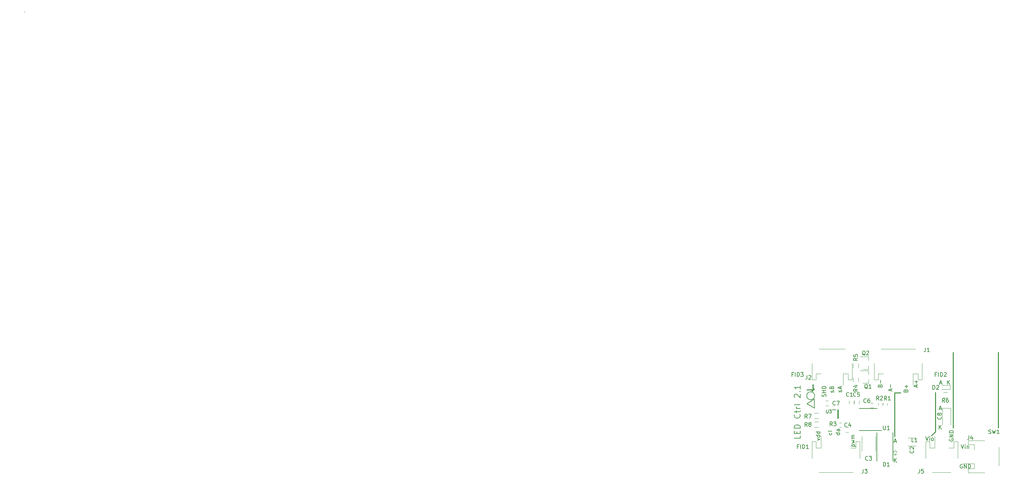
<source format=gbr>
G04 #@! TF.FileFunction,Legend,Top*
%FSLAX46Y46*%
G04 Gerber Fmt 4.6, Leading zero omitted, Abs format (unit mm)*
G04 Created by KiCad (PCBNEW 4.0.7) date 04/07/18 18:35:28*
%MOMM*%
%LPD*%
G01*
G04 APERTURE LIST*
%ADD10C,0.100000*%
%ADD11C,0.150000*%
%ADD12C,0.200000*%
%ADD13C,0.350000*%
%ADD14C,0.120000*%
%ADD15C,0.250000*%
G04 APERTURE END LIST*
D10*
D11*
X43488096Y3000000D02*
X43392858Y3047619D01*
X43250001Y3047619D01*
X43107143Y3000000D01*
X43011905Y2904762D01*
X42964286Y2809524D01*
X42916667Y2619048D01*
X42916667Y2476190D01*
X42964286Y2285714D01*
X43011905Y2190476D01*
X43107143Y2095238D01*
X43250001Y2047619D01*
X43345239Y2047619D01*
X43488096Y2095238D01*
X43535715Y2142857D01*
X43535715Y2476190D01*
X43345239Y2476190D01*
X43964286Y2047619D02*
X43964286Y3047619D01*
X44535715Y2047619D01*
X44535715Y3047619D01*
X45011905Y2047619D02*
X45011905Y3047619D01*
X45250000Y3047619D01*
X45392858Y3000000D01*
X45488096Y2904762D01*
X45535715Y2809524D01*
X45583334Y2619048D01*
X45583334Y2476190D01*
X45535715Y2285714D01*
X45488096Y2190476D01*
X45392858Y2095238D01*
X45250000Y2047619D01*
X45011905Y2047619D01*
X10904762Y21285714D02*
X10952381Y21380952D01*
X10952381Y21571428D01*
X10904762Y21666667D01*
X10809524Y21714286D01*
X10761905Y21714286D01*
X10666667Y21666667D01*
X10619048Y21571428D01*
X10619048Y21428571D01*
X10571429Y21333333D01*
X10476190Y21285714D01*
X10428571Y21285714D01*
X10333333Y21333333D01*
X10285714Y21428571D01*
X10285714Y21571428D01*
X10333333Y21666667D01*
X10428571Y22476191D02*
X10476190Y22619048D01*
X10523810Y22666667D01*
X10619048Y22714286D01*
X10761905Y22714286D01*
X10857143Y22666667D01*
X10904762Y22619048D01*
X10952381Y22523810D01*
X10952381Y22142857D01*
X9952381Y22142857D01*
X9952381Y22476191D01*
X10000000Y22571429D01*
X10047619Y22619048D01*
X10142857Y22666667D01*
X10238095Y22666667D01*
X10333333Y22619048D01*
X10380952Y22571429D01*
X10428571Y22476191D01*
X10428571Y22142857D01*
X12904762Y21357143D02*
X12952381Y21452381D01*
X12952381Y21642857D01*
X12904762Y21738096D01*
X12809524Y21785715D01*
X12761905Y21785715D01*
X12666667Y21738096D01*
X12619048Y21642857D01*
X12619048Y21500000D01*
X12571429Y21404762D01*
X12476190Y21357143D01*
X12428571Y21357143D01*
X12333333Y21404762D01*
X12285714Y21500000D01*
X12285714Y21642857D01*
X12333333Y21738096D01*
X12666667Y22166667D02*
X12666667Y22642858D01*
X12952381Y22071429D02*
X11952381Y22404762D01*
X12952381Y22738096D01*
X22678571Y22952382D02*
X22726190Y23095239D01*
X22773810Y23142858D01*
X22869048Y23190477D01*
X23011905Y23190477D01*
X23107143Y23142858D01*
X23154762Y23095239D01*
X23202381Y23000001D01*
X23202381Y22619048D01*
X22202381Y22619048D01*
X22202381Y22952382D01*
X22250000Y23047620D01*
X22297619Y23095239D01*
X22392857Y23142858D01*
X22488095Y23142858D01*
X22583333Y23095239D01*
X22630952Y23047620D01*
X22678571Y22952382D01*
X22678571Y22619048D01*
X22821429Y23619048D02*
X22821429Y24380953D01*
X31916667Y22642857D02*
X31916667Y23119048D01*
X32202381Y22547619D02*
X31202381Y22880952D01*
X32202381Y23214286D01*
X31821429Y23547619D02*
X31821429Y24309524D01*
X32202381Y23928572D02*
X31440476Y23928572D01*
X29178571Y21702382D02*
X29226190Y21845239D01*
X29273810Y21892858D01*
X29369048Y21940477D01*
X29511905Y21940477D01*
X29607143Y21892858D01*
X29654762Y21845239D01*
X29702381Y21750001D01*
X29702381Y21369048D01*
X28702381Y21369048D01*
X28702381Y21702382D01*
X28750000Y21797620D01*
X28797619Y21845239D01*
X28892857Y21892858D01*
X28988095Y21892858D01*
X29083333Y21845239D01*
X29130952Y21797620D01*
X29178571Y21702382D01*
X29178571Y21369048D01*
X29321429Y22369048D02*
X29321429Y23130953D01*
X29702381Y22750001D02*
X28940476Y22750001D01*
X25416667Y21642857D02*
X25416667Y22119048D01*
X25702381Y21547619D02*
X24702381Y21880952D01*
X25702381Y22214286D01*
X25321429Y22547619D02*
X25321429Y23309524D01*
X8904762Y20190476D02*
X8952381Y20333333D01*
X8952381Y20571429D01*
X8904762Y20666667D01*
X8857143Y20714286D01*
X8761905Y20761905D01*
X8666667Y20761905D01*
X8571429Y20714286D01*
X8523810Y20666667D01*
X8476190Y20571429D01*
X8428571Y20380952D01*
X8380952Y20285714D01*
X8333333Y20238095D01*
X8238095Y20190476D01*
X8142857Y20190476D01*
X8047619Y20238095D01*
X8000000Y20285714D01*
X7952381Y20380952D01*
X7952381Y20619048D01*
X8000000Y20761905D01*
X8952381Y21190476D02*
X7952381Y21190476D01*
X8428571Y21190476D02*
X8428571Y21761905D01*
X8952381Y21761905D02*
X7952381Y21761905D01*
X8952381Y22238095D02*
X7952381Y22238095D01*
X7952381Y22476190D01*
X8000000Y22619048D01*
X8095238Y22714286D01*
X8190476Y22761905D01*
X8380952Y22809524D01*
X8523810Y22809524D01*
X8714286Y22761905D01*
X8809524Y22714286D01*
X8904762Y22619048D01*
X8952381Y22476190D01*
X8952381Y22238095D01*
X34226191Y10047619D02*
X34559524Y9047619D01*
X34892858Y10047619D01*
X35226191Y9047619D02*
X35226191Y9714286D01*
X35226191Y10047619D02*
X35178572Y10000000D01*
X35226191Y9952381D01*
X35273810Y10000000D01*
X35226191Y10047619D01*
X35226191Y9952381D01*
X35845238Y9047619D02*
X35750000Y9095238D01*
X35702381Y9142857D01*
X35654762Y9238095D01*
X35654762Y9523810D01*
X35702381Y9619048D01*
X35750000Y9666667D01*
X35845238Y9714286D01*
X35988096Y9714286D01*
X36083334Y9666667D01*
X36130953Y9619048D01*
X36178572Y9523810D01*
X36178572Y9238095D01*
X36130953Y9142857D01*
X36083334Y9095238D01*
X35988096Y9047619D01*
X35845238Y9047619D01*
X40250000Y9488096D02*
X40202381Y9392858D01*
X40202381Y9250001D01*
X40250000Y9107143D01*
X40345238Y9011905D01*
X40440476Y8964286D01*
X40630952Y8916667D01*
X40773810Y8916667D01*
X40964286Y8964286D01*
X41059524Y9011905D01*
X41154762Y9107143D01*
X41202381Y9250001D01*
X41202381Y9345239D01*
X41154762Y9488096D01*
X41107143Y9535715D01*
X40773810Y9535715D01*
X40773810Y9345239D01*
X41202381Y9964286D02*
X40202381Y9964286D01*
X41202381Y10535715D01*
X40202381Y10535715D01*
X41202381Y11011905D02*
X40202381Y11011905D01*
X40202381Y11250000D01*
X40250000Y11392858D01*
X40345238Y11488096D01*
X40440476Y11535715D01*
X40630952Y11583334D01*
X40773810Y11583334D01*
X40964286Y11535715D01*
X41059524Y11488096D01*
X41154762Y11392858D01*
X41202381Y11250000D01*
X41202381Y11011905D01*
X37638095Y11947619D02*
X37638095Y12947619D01*
X38209524Y11947619D02*
X37780952Y12519048D01*
X38209524Y12947619D02*
X37638095Y12376190D01*
X37661905Y17133333D02*
X38138096Y17133333D01*
X37566667Y16847619D02*
X37900000Y17847619D01*
X38233334Y16847619D01*
X39738095Y23297619D02*
X39738095Y24297619D01*
X40309524Y23297619D02*
X39880952Y23869048D01*
X40309524Y24297619D02*
X39738095Y23726190D01*
X37761905Y23583333D02*
X38238096Y23583333D01*
X37666667Y23297619D02*
X38000000Y24297619D01*
X38333334Y23297619D01*
X6785714Y9107143D02*
X7452381Y9345238D01*
X6785714Y9583334D01*
X7452381Y10392858D02*
X6452381Y10392858D01*
X7404762Y10392858D02*
X7452381Y10297620D01*
X7452381Y10107143D01*
X7404762Y10011905D01*
X7357143Y9964286D01*
X7261905Y9916667D01*
X6976190Y9916667D01*
X6880952Y9964286D01*
X6833333Y10011905D01*
X6785714Y10107143D01*
X6785714Y10297620D01*
X6833333Y10392858D01*
X7452381Y11297620D02*
X6452381Y11297620D01*
X7404762Y11297620D02*
X7452381Y11202382D01*
X7452381Y11011905D01*
X7404762Y10916667D01*
X7357143Y10869048D01*
X7261905Y10821429D01*
X6976190Y10821429D01*
X6880952Y10869048D01*
X6833333Y10916667D01*
X6785714Y11011905D01*
X6785714Y11202382D01*
X6833333Y11297620D01*
X15535714Y7595238D02*
X16535714Y7595238D01*
X15583333Y7595238D02*
X15535714Y7690476D01*
X15535714Y7880953D01*
X15583333Y7976191D01*
X15630952Y8023810D01*
X15726190Y8071429D01*
X16011905Y8071429D01*
X16107143Y8023810D01*
X16154762Y7976191D01*
X16202381Y7880953D01*
X16202381Y7690476D01*
X16154762Y7595238D01*
X15535714Y8404762D02*
X16202381Y8595238D01*
X15726190Y8785715D01*
X16202381Y8976191D01*
X15535714Y9166667D01*
X16202381Y9547619D02*
X15535714Y9547619D01*
X15630952Y9547619D02*
X15583333Y9595238D01*
X15535714Y9690476D01*
X15535714Y9833334D01*
X15583333Y9928572D01*
X15678571Y9976191D01*
X16202381Y9976191D01*
X15678571Y9976191D02*
X15583333Y10023810D01*
X15535714Y10119048D01*
X15535714Y10261905D01*
X15583333Y10357143D01*
X15678571Y10404762D01*
X16202381Y10404762D01*
X10404762Y10976191D02*
X10452381Y10880953D01*
X10452381Y10690476D01*
X10404762Y10595238D01*
X10357143Y10547619D01*
X10261905Y10500000D01*
X9976190Y10500000D01*
X9880952Y10547619D01*
X9833333Y10595238D01*
X9785714Y10690476D01*
X9785714Y10880953D01*
X9833333Y10976191D01*
X10452381Y11547619D02*
X10404762Y11452381D01*
X10309524Y11404762D01*
X9452381Y11404762D01*
X12452381Y11011905D02*
X11452381Y11011905D01*
X12404762Y11011905D02*
X12452381Y10916667D01*
X12452381Y10726190D01*
X12404762Y10630952D01*
X12357143Y10583333D01*
X12261905Y10535714D01*
X11976190Y10535714D01*
X11880952Y10583333D01*
X11833333Y10630952D01*
X11785714Y10726190D01*
X11785714Y10916667D01*
X11833333Y11011905D01*
X12452381Y11916667D02*
X11928571Y11916667D01*
X11833333Y11869048D01*
X11785714Y11773810D01*
X11785714Y11583333D01*
X11833333Y11488095D01*
X12404762Y11916667D02*
X12452381Y11821429D01*
X12452381Y11583333D01*
X12404762Y11488095D01*
X12309524Y11440476D01*
X12214286Y11440476D01*
X12119048Y11488095D01*
X12071429Y11583333D01*
X12071429Y11821429D01*
X12023810Y11916667D01*
X43226191Y8047619D02*
X43559524Y7047619D01*
X43892858Y8047619D01*
X44226191Y7047619D02*
X44226191Y7714286D01*
X44226191Y8047619D02*
X44178572Y8000000D01*
X44226191Y7952381D01*
X44273810Y8000000D01*
X44226191Y8047619D01*
X44226191Y7952381D01*
X44702381Y7714286D02*
X44702381Y7047619D01*
X44702381Y7619048D02*
X44750000Y7666667D01*
X44845238Y7714286D01*
X44988096Y7714286D01*
X45083334Y7666667D01*
X45130953Y7571429D01*
X45130953Y7047619D01*
X26238095Y3547619D02*
X26238095Y4547619D01*
X26809524Y3547619D02*
X26380952Y4119048D01*
X26809524Y4547619D02*
X26238095Y3976190D01*
X26261905Y8833333D02*
X26738096Y8833333D01*
X26166667Y8547619D02*
X26500000Y9547619D01*
X26833334Y8547619D01*
D12*
X2428571Y10321429D02*
X2428571Y9607143D01*
X928571Y9607143D01*
X1642857Y10821429D02*
X1642857Y11321429D01*
X2428571Y11535715D02*
X2428571Y10821429D01*
X928571Y10821429D01*
X928571Y11535715D01*
X2428571Y12178572D02*
X928571Y12178572D01*
X928571Y12535715D01*
X1000000Y12750000D01*
X1142857Y12892858D01*
X1285714Y12964286D01*
X1571429Y13035715D01*
X1785714Y13035715D01*
X2071429Y12964286D01*
X2214286Y12892858D01*
X2357143Y12750000D01*
X2428571Y12535715D01*
X2428571Y12178572D01*
X2285714Y15678572D02*
X2357143Y15607143D01*
X2428571Y15392857D01*
X2428571Y15250000D01*
X2357143Y15035715D01*
X2214286Y14892857D01*
X2071429Y14821429D01*
X1785714Y14750000D01*
X1571429Y14750000D01*
X1285714Y14821429D01*
X1142857Y14892857D01*
X1000000Y15035715D01*
X928571Y15250000D01*
X928571Y15392857D01*
X1000000Y15607143D01*
X1071429Y15678572D01*
X1428571Y16107143D02*
X1428571Y16678572D01*
X928571Y16321429D02*
X2214286Y16321429D01*
X2357143Y16392857D01*
X2428571Y16535715D01*
X2428571Y16678572D01*
X2428571Y17178572D02*
X1428571Y17178572D01*
X1714286Y17178572D02*
X1571429Y17250000D01*
X1500000Y17321429D01*
X1428571Y17464286D01*
X1428571Y17607143D01*
X2428571Y18321429D02*
X2357143Y18178571D01*
X2214286Y18107143D01*
X928571Y18107143D01*
X1071429Y19964285D02*
X1000000Y20035714D01*
X928571Y20178571D01*
X928571Y20535714D01*
X1000000Y20678571D01*
X1071429Y20750000D01*
X1214286Y20821428D01*
X1357143Y20821428D01*
X1571429Y20750000D01*
X2428571Y19892857D01*
X2428571Y20821428D01*
X2285714Y21464285D02*
X2357143Y21535713D01*
X2428571Y21464285D01*
X2357143Y21392856D01*
X2285714Y21464285D01*
X2428571Y21464285D01*
X2428571Y22964285D02*
X2428571Y22107142D01*
X2428571Y22535714D02*
X928571Y22535714D01*
X1142857Y22392857D01*
X1285714Y22249999D01*
X1357143Y22107142D01*
D11*
X10600000Y16850000D02*
X11500000Y16850000D01*
D13*
X12000000Y16750000D02*
X12000000Y14750000D01*
D14*
X40550000Y17250000D02*
X40550000Y13000000D01*
X38450000Y17250000D02*
X38450000Y13000000D01*
X40550000Y17250000D02*
X38450000Y17250000D01*
X13275000Y26025000D02*
X14550000Y26025000D01*
X14550000Y26025000D02*
X14550000Y24425000D01*
X14550000Y24425000D02*
X15550000Y24425000D01*
X15550000Y24425000D02*
X15550000Y28650000D01*
X5450000Y28650000D02*
X5450000Y24425000D01*
X5450000Y24425000D02*
X6450000Y24425000D01*
X6450000Y24425000D02*
X6450000Y26025000D01*
X6450000Y26025000D02*
X7725000Y26025000D01*
X13825000Y32225000D02*
X7175000Y32225000D01*
X13275000Y26025000D02*
X13275000Y23125000D01*
X14650000Y11150000D02*
X13950000Y11150000D01*
X13950000Y12350000D02*
X14650000Y12350000D01*
X31750000Y9770000D02*
X29750000Y9770000D01*
X29750000Y7730000D02*
X31750000Y7730000D01*
X18020000Y10050000D02*
X18020000Y6450000D01*
X21480000Y6450000D02*
X21480000Y10050000D01*
X16150000Y18400000D02*
X16150000Y19100000D01*
X17350000Y19100000D02*
X17350000Y18400000D01*
X20900000Y17350000D02*
X20200000Y17350000D01*
X20200000Y18550000D02*
X20900000Y18550000D01*
X23420000Y18550000D02*
X23420000Y18050000D01*
X24480000Y18050000D02*
X24480000Y18550000D01*
X23230000Y18050000D02*
X23230000Y18550000D01*
X22170000Y18550000D02*
X22170000Y18050000D01*
X12850000Y13530000D02*
X12350000Y13530000D01*
X12350000Y12470000D02*
X12850000Y12470000D01*
D15*
X41160000Y31380000D02*
X41160000Y12280000D01*
X52550000Y31380000D02*
X52550000Y12280000D01*
D11*
X21900000Y17175000D02*
X17400000Y17175000D01*
X23025000Y11625000D02*
X17400000Y11625000D01*
X25950000Y3900000D02*
X25950000Y11080000D01*
X21850000Y3900000D02*
X21850000Y11100000D01*
D10*
X26440000Y5230000D02*
X26440000Y5530000D01*
X26440000Y5530000D02*
X25940000Y5530000D01*
X26440000Y5530000D02*
X26940000Y5530000D01*
X26440000Y5530000D02*
X26940000Y6330000D01*
X26940000Y6330000D02*
X25940000Y6330000D01*
X25940000Y6330000D02*
X26440000Y5530000D01*
X26440000Y6330000D02*
X26440000Y6730000D01*
D14*
X40400000Y22000000D02*
X40400000Y23000000D01*
X40400000Y23000000D02*
X38300000Y23000000D01*
X40400000Y22000000D02*
X38300000Y22000000D01*
X14800000Y18400000D02*
X14800000Y19100000D01*
X16000000Y19100000D02*
X16000000Y18400000D01*
D11*
X6100000Y20400000D02*
G75*
G03X6100000Y20400000I-1000000J0D01*
G01*
X6053972Y17274058D02*
X5093498Y17833516D01*
X5093498Y17833516D02*
X4133023Y18392974D01*
X4133023Y18392974D02*
X5092563Y18954069D01*
X5092563Y18954069D02*
X6052102Y19515164D01*
X6052102Y19515164D02*
X6053037Y18394611D01*
X6053037Y18394611D02*
X6053972Y17274058D01*
X-193900000Y117700000D02*
X-193900000Y117700000D01*
X4139915Y21805121D02*
X5609028Y21805121D01*
X5609028Y21805121D02*
X5425012Y21621518D01*
X5425012Y21621518D02*
X5514819Y21531435D01*
X5514819Y21531435D02*
X6058612Y22074004D01*
X6058612Y22074004D02*
X5968805Y22164098D01*
X5968805Y22164098D02*
X5793030Y21988710D01*
X5793030Y21988710D02*
X5793030Y22431318D01*
X5793030Y22431318D02*
X5865392Y22431318D01*
X5865392Y22431318D02*
X5865392Y23199697D01*
X5865392Y23199697D02*
X5577249Y23199697D01*
X5577249Y23199697D02*
X5577249Y22431318D01*
X5577249Y22431318D02*
X5664968Y22431318D01*
X5664968Y22431318D02*
X5664968Y21933184D01*
X5664968Y21933184D02*
X4139915Y21933184D01*
X4139915Y21933184D02*
X4139915Y21805121D01*
X-193900000Y117600000D02*
X-193900000Y117600000D01*
X-193900000Y117600000D02*
X-193900000Y117600000D01*
D14*
X19760000Y23620000D02*
X19760000Y24550000D01*
X19760000Y26780000D02*
X19760000Y25850000D01*
X19760000Y26780000D02*
X17600000Y26780000D01*
X19760000Y23620000D02*
X18300000Y23620000D01*
X19760000Y27120000D02*
X19760000Y28050000D01*
X19760000Y30280000D02*
X19760000Y29350000D01*
X19760000Y30280000D02*
X17600000Y30280000D01*
X19760000Y27120000D02*
X18300000Y27120000D01*
D15*
X36650000Y11300000D02*
X35650000Y10300000D01*
X26350000Y21150000D02*
X27850000Y21150000D01*
X36650000Y11250000D02*
X36650000Y21250000D01*
X26350000Y10100000D02*
X26350000Y21100000D01*
D14*
X31025000Y26025000D02*
X32300000Y26025000D01*
X32300000Y26025000D02*
X32300000Y24425000D01*
X32300000Y24425000D02*
X33300000Y24425000D01*
X33300000Y24425000D02*
X33300000Y28650000D01*
X21200000Y28650000D02*
X21200000Y24425000D01*
X21200000Y24425000D02*
X22200000Y24425000D01*
X22200000Y24425000D02*
X22200000Y26025000D01*
X22200000Y26025000D02*
X23475000Y26025000D01*
X31575000Y32225000D02*
X22925000Y32225000D01*
X31025000Y26025000D02*
X31025000Y23125000D01*
X7725000Y7225000D02*
X6450000Y7225000D01*
X6450000Y7225000D02*
X6450000Y8825000D01*
X6450000Y8825000D02*
X5450000Y8825000D01*
X5450000Y8825000D02*
X5450000Y4600000D01*
X17550000Y4600000D02*
X17550000Y8825000D01*
X17550000Y8825000D02*
X16550000Y8825000D01*
X16550000Y8825000D02*
X16550000Y7225000D01*
X16550000Y7225000D02*
X15275000Y7225000D01*
X7175000Y1025000D02*
X15825000Y1025000D01*
X7725000Y7225000D02*
X7725000Y10125000D01*
X46525000Y3225000D02*
X46525000Y1950000D01*
X46525000Y1950000D02*
X44925000Y1950000D01*
X44925000Y1950000D02*
X44925000Y950000D01*
X44925000Y950000D02*
X49150000Y950000D01*
X49150000Y9050000D02*
X44925000Y9050000D01*
X44925000Y9050000D02*
X44925000Y8050000D01*
X44925000Y8050000D02*
X46525000Y8050000D01*
X46525000Y8050000D02*
X46525000Y6775000D01*
X52725000Y2675000D02*
X52725000Y7325000D01*
X46525000Y3225000D02*
X43625000Y3225000D01*
X36475000Y7225000D02*
X35200000Y7225000D01*
X35200000Y7225000D02*
X35200000Y8825000D01*
X35200000Y8825000D02*
X34200000Y8825000D01*
X34200000Y8825000D02*
X34200000Y4600000D01*
X42300000Y4600000D02*
X42300000Y8825000D01*
X42300000Y8825000D02*
X41300000Y8825000D01*
X41300000Y8825000D02*
X41300000Y7225000D01*
X41300000Y7225000D02*
X40025000Y7225000D01*
X35925000Y1025000D02*
X40575000Y1025000D01*
X36475000Y7225000D02*
X36475000Y10125000D01*
X8900000Y19100000D02*
X9600000Y19100000D01*
X9600000Y17900000D02*
X8900000Y17900000D01*
X15820000Y24000000D02*
X15820000Y25000000D01*
X17180000Y25000000D02*
X17180000Y24000000D01*
X15820000Y27500000D02*
X15820000Y28500000D01*
X17180000Y28500000D02*
X17180000Y27500000D01*
X39700000Y19920000D02*
X38700000Y19920000D01*
X38700000Y21280000D02*
X39700000Y21280000D01*
X6000000Y15980000D02*
X7000000Y15980000D01*
X7000000Y14620000D02*
X6000000Y14620000D01*
X6000000Y13830000D02*
X7000000Y13830000D01*
X7000000Y12470000D02*
X6000000Y12470000D01*
D11*
X9090476Y16838095D02*
X9090476Y16190476D01*
X9128571Y16114286D01*
X9166667Y16076190D01*
X9242857Y16038095D01*
X9395238Y16038095D01*
X9471429Y16076190D01*
X9509524Y16114286D01*
X9547619Y16190476D01*
X9547619Y16838095D01*
X9852381Y16838095D02*
X10347619Y16838095D01*
X10080952Y16533333D01*
X10195238Y16533333D01*
X10271428Y16495238D01*
X10309524Y16457143D01*
X10347619Y16380952D01*
X10347619Y16190476D01*
X10309524Y16114286D01*
X10271428Y16076190D01*
X10195238Y16038095D01*
X9966666Y16038095D01*
X9890476Y16076190D01*
X9852381Y16114286D01*
X38107143Y15083334D02*
X38154762Y15035715D01*
X38202381Y14892858D01*
X38202381Y14797620D01*
X38154762Y14654762D01*
X38059524Y14559524D01*
X37964286Y14511905D01*
X37773810Y14464286D01*
X37630952Y14464286D01*
X37440476Y14511905D01*
X37345238Y14559524D01*
X37250000Y14654762D01*
X37202381Y14797620D01*
X37202381Y14892858D01*
X37250000Y15035715D01*
X37297619Y15083334D01*
X37630952Y15654762D02*
X37583333Y15559524D01*
X37535714Y15511905D01*
X37440476Y15464286D01*
X37392857Y15464286D01*
X37297619Y15511905D01*
X37250000Y15559524D01*
X37202381Y15654762D01*
X37202381Y15845239D01*
X37250000Y15940477D01*
X37297619Y15988096D01*
X37392857Y16035715D01*
X37440476Y16035715D01*
X37535714Y15988096D01*
X37583333Y15940477D01*
X37630952Y15845239D01*
X37630952Y15654762D01*
X37678571Y15559524D01*
X37726190Y15511905D01*
X37821429Y15464286D01*
X38011905Y15464286D01*
X38107143Y15511905D01*
X38154762Y15559524D01*
X38202381Y15654762D01*
X38202381Y15845239D01*
X38154762Y15940477D01*
X38107143Y15988096D01*
X38011905Y16035715D01*
X37821429Y16035715D01*
X37726190Y15988096D01*
X37678571Y15940477D01*
X37630952Y15845239D01*
X4166667Y25547619D02*
X4166667Y24833333D01*
X4119047Y24690476D01*
X4023809Y24595238D01*
X3880952Y24547619D01*
X3785714Y24547619D01*
X4595238Y25452381D02*
X4642857Y25500000D01*
X4738095Y25547619D01*
X4976191Y25547619D01*
X5071429Y25500000D01*
X5119048Y25452381D01*
X5166667Y25357143D01*
X5166667Y25261905D01*
X5119048Y25119048D01*
X4547619Y24547619D01*
X5166667Y24547619D01*
X14333334Y12642857D02*
X14285715Y12595238D01*
X14142858Y12547619D01*
X14047620Y12547619D01*
X13904762Y12595238D01*
X13809524Y12690476D01*
X13761905Y12785714D01*
X13714286Y12976190D01*
X13714286Y13119048D01*
X13761905Y13309524D01*
X13809524Y13404762D01*
X13904762Y13500000D01*
X14047620Y13547619D01*
X14142858Y13547619D01*
X14285715Y13500000D01*
X14333334Y13452381D01*
X15190477Y13214286D02*
X15190477Y12547619D01*
X14952381Y13595238D02*
X14714286Y12880952D01*
X15333334Y12880952D01*
X31107143Y6508334D02*
X31154762Y6460715D01*
X31202381Y6317858D01*
X31202381Y6222620D01*
X31154762Y6079762D01*
X31059524Y5984524D01*
X30964286Y5936905D01*
X30773810Y5889286D01*
X30630952Y5889286D01*
X30440476Y5936905D01*
X30345238Y5984524D01*
X30250000Y6079762D01*
X30202381Y6222620D01*
X30202381Y6317858D01*
X30250000Y6460715D01*
X30297619Y6508334D01*
X30297619Y6889286D02*
X30250000Y6936905D01*
X30202381Y7032143D01*
X30202381Y7270239D01*
X30250000Y7365477D01*
X30297619Y7413096D01*
X30392857Y7460715D01*
X30488095Y7460715D01*
X30630952Y7413096D01*
X31202381Y6841667D01*
X31202381Y7460715D01*
X19583334Y4142857D02*
X19535715Y4095238D01*
X19392858Y4047619D01*
X19297620Y4047619D01*
X19154762Y4095238D01*
X19059524Y4190476D01*
X19011905Y4285714D01*
X18964286Y4476190D01*
X18964286Y4619048D01*
X19011905Y4809524D01*
X19059524Y4904762D01*
X19154762Y5000000D01*
X19297620Y5047619D01*
X19392858Y5047619D01*
X19535715Y5000000D01*
X19583334Y4952381D01*
X19916667Y5047619D02*
X20535715Y5047619D01*
X20202381Y4666667D01*
X20345239Y4666667D01*
X20440477Y4619048D01*
X20488096Y4571429D01*
X20535715Y4476190D01*
X20535715Y4238095D01*
X20488096Y4142857D01*
X20440477Y4095238D01*
X20345239Y4047619D01*
X20059524Y4047619D01*
X19964286Y4095238D01*
X19916667Y4142857D01*
X16533334Y20342857D02*
X16485715Y20295238D01*
X16342858Y20247619D01*
X16247620Y20247619D01*
X16104762Y20295238D01*
X16009524Y20390476D01*
X15961905Y20485714D01*
X15914286Y20676190D01*
X15914286Y20819048D01*
X15961905Y21009524D01*
X16009524Y21104762D01*
X16104762Y21200000D01*
X16247620Y21247619D01*
X16342858Y21247619D01*
X16485715Y21200000D01*
X16533334Y21152381D01*
X17438096Y21247619D02*
X16961905Y21247619D01*
X16914286Y20771429D01*
X16961905Y20819048D01*
X17057143Y20866667D01*
X17295239Y20866667D01*
X17390477Y20819048D01*
X17438096Y20771429D01*
X17485715Y20676190D01*
X17485715Y20438095D01*
X17438096Y20342857D01*
X17390477Y20295238D01*
X17295239Y20247619D01*
X17057143Y20247619D01*
X16961905Y20295238D01*
X16914286Y20342857D01*
X19133334Y18742857D02*
X19085715Y18695238D01*
X18942858Y18647619D01*
X18847620Y18647619D01*
X18704762Y18695238D01*
X18609524Y18790476D01*
X18561905Y18885714D01*
X18514286Y19076190D01*
X18514286Y19219048D01*
X18561905Y19409524D01*
X18609524Y19504762D01*
X18704762Y19600000D01*
X18847620Y19647619D01*
X18942858Y19647619D01*
X19085715Y19600000D01*
X19133334Y19552381D01*
X19990477Y19647619D02*
X19800000Y19647619D01*
X19704762Y19600000D01*
X19657143Y19552381D01*
X19561905Y19409524D01*
X19514286Y19219048D01*
X19514286Y18838095D01*
X19561905Y18742857D01*
X19609524Y18695238D01*
X19704762Y18647619D01*
X19895239Y18647619D01*
X19990477Y18695238D01*
X20038096Y18742857D01*
X20085715Y18838095D01*
X20085715Y19076190D01*
X20038096Y19171429D01*
X19990477Y19219048D01*
X19895239Y19266667D01*
X19704762Y19266667D01*
X19609524Y19219048D01*
X19561905Y19171429D01*
X19514286Y19076190D01*
X24333334Y19297619D02*
X24000000Y19773810D01*
X23761905Y19297619D02*
X23761905Y20297619D01*
X24142858Y20297619D01*
X24238096Y20250000D01*
X24285715Y20202381D01*
X24333334Y20107143D01*
X24333334Y19964286D01*
X24285715Y19869048D01*
X24238096Y19821429D01*
X24142858Y19773810D01*
X23761905Y19773810D01*
X25285715Y19297619D02*
X24714286Y19297619D01*
X25000000Y19297619D02*
X25000000Y20297619D01*
X24904762Y20154762D01*
X24809524Y20059524D01*
X24714286Y20011905D01*
X22333334Y19297619D02*
X22000000Y19773810D01*
X21761905Y19297619D02*
X21761905Y20297619D01*
X22142858Y20297619D01*
X22238096Y20250000D01*
X22285715Y20202381D01*
X22333334Y20107143D01*
X22333334Y19964286D01*
X22285715Y19869048D01*
X22238096Y19821429D01*
X22142858Y19773810D01*
X21761905Y19773810D01*
X22714286Y20202381D02*
X22761905Y20250000D01*
X22857143Y20297619D01*
X23095239Y20297619D01*
X23190477Y20250000D01*
X23238096Y20202381D01*
X23285715Y20107143D01*
X23285715Y20011905D01*
X23238096Y19869048D01*
X22666667Y19297619D01*
X23285715Y19297619D01*
X10583334Y12797619D02*
X10250000Y13273810D01*
X10011905Y12797619D02*
X10011905Y13797619D01*
X10392858Y13797619D01*
X10488096Y13750000D01*
X10535715Y13702381D01*
X10583334Y13607143D01*
X10583334Y13464286D01*
X10535715Y13369048D01*
X10488096Y13321429D01*
X10392858Y13273810D01*
X10011905Y13273810D01*
X10916667Y13797619D02*
X11535715Y13797619D01*
X11202381Y13416667D01*
X11345239Y13416667D01*
X11440477Y13369048D01*
X11488096Y13321429D01*
X11535715Y13226190D01*
X11535715Y12988095D01*
X11488096Y12892857D01*
X11440477Y12845238D01*
X11345239Y12797619D01*
X11059524Y12797619D01*
X10964286Y12845238D01*
X10916667Y12892857D01*
X2028572Y7571429D02*
X1695238Y7571429D01*
X1695238Y7047619D02*
X1695238Y8047619D01*
X2171429Y8047619D01*
X2552381Y7047619D02*
X2552381Y8047619D01*
X3028571Y7047619D02*
X3028571Y8047619D01*
X3266666Y8047619D01*
X3409524Y8000000D01*
X3504762Y7904762D01*
X3552381Y7809524D01*
X3600000Y7619048D01*
X3600000Y7476190D01*
X3552381Y7285714D01*
X3504762Y7190476D01*
X3409524Y7095238D01*
X3266666Y7047619D01*
X3028571Y7047619D01*
X4552381Y7047619D02*
X3980952Y7047619D01*
X4266666Y7047619D02*
X4266666Y8047619D01*
X4171428Y7904762D01*
X4076190Y7809524D01*
X3980952Y7761905D01*
X36928572Y25821429D02*
X36595238Y25821429D01*
X36595238Y25297619D02*
X36595238Y26297619D01*
X37071429Y26297619D01*
X37452381Y25297619D02*
X37452381Y26297619D01*
X37928571Y25297619D02*
X37928571Y26297619D01*
X38166666Y26297619D01*
X38309524Y26250000D01*
X38404762Y26154762D01*
X38452381Y26059524D01*
X38500000Y25869048D01*
X38500000Y25726190D01*
X38452381Y25535714D01*
X38404762Y25440476D01*
X38309524Y25345238D01*
X38166666Y25297619D01*
X37928571Y25297619D01*
X38880952Y26202381D02*
X38928571Y26250000D01*
X39023809Y26297619D01*
X39261905Y26297619D01*
X39357143Y26250000D01*
X39404762Y26202381D01*
X39452381Y26107143D01*
X39452381Y26011905D01*
X39404762Y25869048D01*
X38833333Y25297619D01*
X39452381Y25297619D01*
X678572Y25821429D02*
X345238Y25821429D01*
X345238Y25297619D02*
X345238Y26297619D01*
X821429Y26297619D01*
X1202381Y25297619D02*
X1202381Y26297619D01*
X1678571Y25297619D02*
X1678571Y26297619D01*
X1916666Y26297619D01*
X2059524Y26250000D01*
X2154762Y26154762D01*
X2202381Y26059524D01*
X2250000Y25869048D01*
X2250000Y25726190D01*
X2202381Y25535714D01*
X2154762Y25440476D01*
X2059524Y25345238D01*
X1916666Y25297619D01*
X1678571Y25297619D01*
X2583333Y26297619D02*
X3202381Y26297619D01*
X2869047Y25916667D01*
X3011905Y25916667D01*
X3107143Y25869048D01*
X3154762Y25821429D01*
X3202381Y25726190D01*
X3202381Y25488095D01*
X3154762Y25392857D01*
X3107143Y25345238D01*
X3011905Y25297619D01*
X2726190Y25297619D01*
X2630952Y25345238D01*
X2583333Y25392857D01*
X50166667Y10845238D02*
X50309524Y10797619D01*
X50547620Y10797619D01*
X50642858Y10845238D01*
X50690477Y10892857D01*
X50738096Y10988095D01*
X50738096Y11083333D01*
X50690477Y11178571D01*
X50642858Y11226190D01*
X50547620Y11273810D01*
X50357143Y11321429D01*
X50261905Y11369048D01*
X50214286Y11416667D01*
X50166667Y11511905D01*
X50166667Y11607143D01*
X50214286Y11702381D01*
X50261905Y11750000D01*
X50357143Y11797619D01*
X50595239Y11797619D01*
X50738096Y11750000D01*
X51071429Y11797619D02*
X51309524Y10797619D01*
X51500001Y11511905D01*
X51690477Y10797619D01*
X51928572Y11797619D01*
X52833334Y10797619D02*
X52261905Y10797619D01*
X52547619Y10797619D02*
X52547619Y11797619D01*
X52452381Y11654762D01*
X52357143Y11559524D01*
X52261905Y11511905D01*
X23488095Y12797619D02*
X23488095Y11988095D01*
X23535714Y11892857D01*
X23583333Y11845238D01*
X23678571Y11797619D01*
X23869048Y11797619D01*
X23964286Y11845238D01*
X24011905Y11892857D01*
X24059524Y11988095D01*
X24059524Y12797619D01*
X25059524Y11797619D02*
X24488095Y11797619D01*
X24773809Y11797619D02*
X24773809Y12797619D01*
X24678571Y12654762D01*
X24583333Y12559524D01*
X24488095Y12511905D01*
X23511905Y2547619D02*
X23511905Y3547619D01*
X23750000Y3547619D01*
X23892858Y3500000D01*
X23988096Y3404762D01*
X24035715Y3309524D01*
X24083334Y3119048D01*
X24083334Y2976190D01*
X24035715Y2785714D01*
X23988096Y2690476D01*
X23892858Y2595238D01*
X23750000Y2547619D01*
X23511905Y2547619D01*
X25035715Y2547619D02*
X24464286Y2547619D01*
X24750000Y2547619D02*
X24750000Y3547619D01*
X24654762Y3404762D01*
X24559524Y3309524D01*
X24464286Y3261905D01*
X36011905Y22047619D02*
X36011905Y23047619D01*
X36250000Y23047619D01*
X36392858Y23000000D01*
X36488096Y22904762D01*
X36535715Y22809524D01*
X36583334Y22619048D01*
X36583334Y22476190D01*
X36535715Y22285714D01*
X36488096Y22190476D01*
X36392858Y22095238D01*
X36250000Y22047619D01*
X36011905Y22047619D01*
X36964286Y22952381D02*
X37011905Y23000000D01*
X37107143Y23047619D01*
X37345239Y23047619D01*
X37440477Y23000000D01*
X37488096Y22952381D01*
X37535715Y22857143D01*
X37535715Y22761905D01*
X37488096Y22619048D01*
X36916667Y22047619D01*
X37535715Y22047619D01*
X14733334Y20342857D02*
X14685715Y20295238D01*
X14542858Y20247619D01*
X14447620Y20247619D01*
X14304762Y20295238D01*
X14209524Y20390476D01*
X14161905Y20485714D01*
X14114286Y20676190D01*
X14114286Y20819048D01*
X14161905Y21009524D01*
X14209524Y21104762D01*
X14304762Y21200000D01*
X14447620Y21247619D01*
X14542858Y21247619D01*
X14685715Y21200000D01*
X14733334Y21152381D01*
X15685715Y20247619D02*
X15114286Y20247619D01*
X15400000Y20247619D02*
X15400000Y21247619D01*
X15304762Y21104762D01*
X15209524Y21009524D01*
X15114286Y20961905D01*
X19504762Y22202381D02*
X19409524Y22250000D01*
X19314286Y22345238D01*
X19171429Y22488095D01*
X19076190Y22535714D01*
X18980952Y22535714D01*
X19028571Y22297619D02*
X18933333Y22345238D01*
X18838095Y22440476D01*
X18790476Y22630952D01*
X18790476Y22964286D01*
X18838095Y23154762D01*
X18933333Y23250000D01*
X19028571Y23297619D01*
X19219048Y23297619D01*
X19314286Y23250000D01*
X19409524Y23154762D01*
X19457143Y22964286D01*
X19457143Y22630952D01*
X19409524Y22440476D01*
X19314286Y22345238D01*
X19219048Y22297619D01*
X19028571Y22297619D01*
X20409524Y22297619D02*
X19838095Y22297619D01*
X20123809Y22297619D02*
X20123809Y23297619D01*
X20028571Y23154762D01*
X19933333Y23059524D01*
X19838095Y23011905D01*
X18904762Y30652381D02*
X18809524Y30700000D01*
X18714286Y30795238D01*
X18571429Y30938095D01*
X18476190Y30985714D01*
X18380952Y30985714D01*
X18428571Y30747619D02*
X18333333Y30795238D01*
X18238095Y30890476D01*
X18190476Y31080952D01*
X18190476Y31414286D01*
X18238095Y31604762D01*
X18333333Y31700000D01*
X18428571Y31747619D01*
X18619048Y31747619D01*
X18714286Y31700000D01*
X18809524Y31604762D01*
X18857143Y31414286D01*
X18857143Y31080952D01*
X18809524Y30890476D01*
X18714286Y30795238D01*
X18619048Y30747619D01*
X18428571Y30747619D01*
X19238095Y31652381D02*
X19285714Y31700000D01*
X19380952Y31747619D01*
X19619048Y31747619D01*
X19714286Y31700000D01*
X19761905Y31652381D01*
X19809524Y31557143D01*
X19809524Y31461905D01*
X19761905Y31319048D01*
X19190476Y30747619D01*
X19809524Y30747619D01*
X31193334Y8697619D02*
X30717143Y8697619D01*
X30717143Y9697619D01*
X32050477Y8697619D02*
X31479048Y8697619D01*
X31764762Y8697619D02*
X31764762Y9697619D01*
X31669524Y9554762D01*
X31574286Y9459524D01*
X31479048Y9411905D01*
X34166667Y32547619D02*
X34166667Y31833333D01*
X34119047Y31690476D01*
X34023809Y31595238D01*
X33880952Y31547619D01*
X33785714Y31547619D01*
X35166667Y31547619D02*
X34595238Y31547619D01*
X34880952Y31547619D02*
X34880952Y32547619D01*
X34785714Y32404762D01*
X34690476Y32309524D01*
X34595238Y32261905D01*
X18416667Y1797619D02*
X18416667Y1083333D01*
X18369047Y940476D01*
X18273809Y845238D01*
X18130952Y797619D01*
X18035714Y797619D01*
X18797619Y1797619D02*
X19416667Y1797619D01*
X19083333Y1416667D01*
X19226191Y1416667D01*
X19321429Y1369048D01*
X19369048Y1321429D01*
X19416667Y1226190D01*
X19416667Y988095D01*
X19369048Y892857D01*
X19321429Y845238D01*
X19226191Y797619D01*
X18940476Y797619D01*
X18845238Y845238D01*
X18797619Y892857D01*
X45166667Y10297619D02*
X45166667Y9583333D01*
X45119047Y9440476D01*
X45023809Y9345238D01*
X44880952Y9297619D01*
X44785714Y9297619D01*
X46071429Y9964286D02*
X46071429Y9297619D01*
X45833333Y10345238D02*
X45595238Y9630952D01*
X46214286Y9630952D01*
X32666667Y1797619D02*
X32666667Y1083333D01*
X32619047Y940476D01*
X32523809Y845238D01*
X32380952Y797619D01*
X32285714Y797619D01*
X33619048Y1797619D02*
X33142857Y1797619D01*
X33095238Y1321429D01*
X33142857Y1369048D01*
X33238095Y1416667D01*
X33476191Y1416667D01*
X33571429Y1369048D01*
X33619048Y1321429D01*
X33666667Y1226190D01*
X33666667Y988095D01*
X33619048Y892857D01*
X33571429Y845238D01*
X33476191Y797619D01*
X33238095Y797619D01*
X33142857Y845238D01*
X33095238Y892857D01*
X11333334Y18142857D02*
X11285715Y18095238D01*
X11142858Y18047619D01*
X11047620Y18047619D01*
X10904762Y18095238D01*
X10809524Y18190476D01*
X10761905Y18285714D01*
X10714286Y18476190D01*
X10714286Y18619048D01*
X10761905Y18809524D01*
X10809524Y18904762D01*
X10904762Y19000000D01*
X11047620Y19047619D01*
X11142858Y19047619D01*
X11285715Y19000000D01*
X11333334Y18952381D01*
X11666667Y19047619D02*
X12333334Y19047619D01*
X11904762Y18047619D01*
X16952381Y22133334D02*
X16476190Y21800000D01*
X16952381Y21561905D02*
X15952381Y21561905D01*
X15952381Y21942858D01*
X16000000Y22038096D01*
X16047619Y22085715D01*
X16142857Y22133334D01*
X16285714Y22133334D01*
X16380952Y22085715D01*
X16428571Y22038096D01*
X16476190Y21942858D01*
X16476190Y21561905D01*
X16285714Y22990477D02*
X16952381Y22990477D01*
X15904762Y22752381D02*
X16619048Y22514286D01*
X16619048Y23133334D01*
X16952381Y29933334D02*
X16476190Y29600000D01*
X16952381Y29361905D02*
X15952381Y29361905D01*
X15952381Y29742858D01*
X16000000Y29838096D01*
X16047619Y29885715D01*
X16142857Y29933334D01*
X16285714Y29933334D01*
X16380952Y29885715D01*
X16428571Y29838096D01*
X16476190Y29742858D01*
X16476190Y29361905D01*
X15952381Y30838096D02*
X15952381Y30361905D01*
X16428571Y30314286D01*
X16380952Y30361905D01*
X16333333Y30457143D01*
X16333333Y30695239D01*
X16380952Y30790477D01*
X16428571Y30838096D01*
X16523810Y30885715D01*
X16761905Y30885715D01*
X16857143Y30838096D01*
X16904762Y30790477D01*
X16952381Y30695239D01*
X16952381Y30457143D01*
X16904762Y30361905D01*
X16857143Y30314286D01*
X39033334Y18747619D02*
X38700000Y19223810D01*
X38461905Y18747619D02*
X38461905Y19747619D01*
X38842858Y19747619D01*
X38938096Y19700000D01*
X38985715Y19652381D01*
X39033334Y19557143D01*
X39033334Y19414286D01*
X38985715Y19319048D01*
X38938096Y19271429D01*
X38842858Y19223810D01*
X38461905Y19223810D01*
X39890477Y19747619D02*
X39700000Y19747619D01*
X39604762Y19700000D01*
X39557143Y19652381D01*
X39461905Y19509524D01*
X39414286Y19319048D01*
X39414286Y18938095D01*
X39461905Y18842857D01*
X39509524Y18795238D01*
X39604762Y18747619D01*
X39795239Y18747619D01*
X39890477Y18795238D01*
X39938096Y18842857D01*
X39985715Y18938095D01*
X39985715Y19176190D01*
X39938096Y19271429D01*
X39890477Y19319048D01*
X39795239Y19366667D01*
X39604762Y19366667D01*
X39509524Y19319048D01*
X39461905Y19271429D01*
X39414286Y19176190D01*
X4233334Y14747619D02*
X3900000Y15223810D01*
X3661905Y14747619D02*
X3661905Y15747619D01*
X4042858Y15747619D01*
X4138096Y15700000D01*
X4185715Y15652381D01*
X4233334Y15557143D01*
X4233334Y15414286D01*
X4185715Y15319048D01*
X4138096Y15271429D01*
X4042858Y15223810D01*
X3661905Y15223810D01*
X4566667Y15747619D02*
X5233334Y15747619D01*
X4804762Y14747619D01*
X4233334Y12647619D02*
X3900000Y13123810D01*
X3661905Y12647619D02*
X3661905Y13647619D01*
X4042858Y13647619D01*
X4138096Y13600000D01*
X4185715Y13552381D01*
X4233334Y13457143D01*
X4233334Y13314286D01*
X4185715Y13219048D01*
X4138096Y13171429D01*
X4042858Y13123810D01*
X3661905Y13123810D01*
X4804762Y13219048D02*
X4709524Y13266667D01*
X4661905Y13314286D01*
X4614286Y13409524D01*
X4614286Y13457143D01*
X4661905Y13552381D01*
X4709524Y13600000D01*
X4804762Y13647619D01*
X4995239Y13647619D01*
X5090477Y13600000D01*
X5138096Y13552381D01*
X5185715Y13457143D01*
X5185715Y13409524D01*
X5138096Y13314286D01*
X5090477Y13266667D01*
X4995239Y13219048D01*
X4804762Y13219048D01*
X4709524Y13171429D01*
X4661905Y13123810D01*
X4614286Y13028571D01*
X4614286Y12838095D01*
X4661905Y12742857D01*
X4709524Y12695238D01*
X4804762Y12647619D01*
X4995239Y12647619D01*
X5090477Y12695238D01*
X5138096Y12742857D01*
X5185715Y12838095D01*
X5185715Y13028571D01*
X5138096Y13123810D01*
X5090477Y13171429D01*
X4995239Y13219048D01*
M02*

</source>
